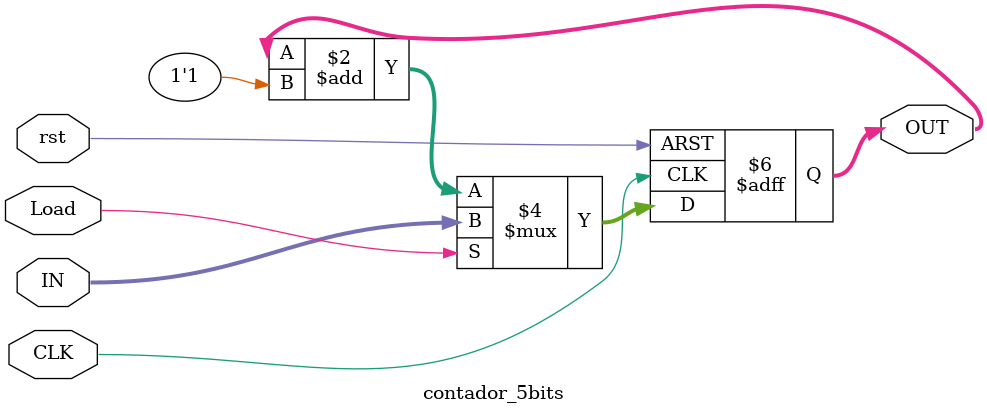
<source format=v>
`timescale 1ns / 1ps
module contador_5bits(CLK,  IN, rst,Load, OUT
    );

	input CLK,rst;
	input [4:0] IN;
	input Load;
	output reg [4:0] OUT;
	
	always @ (posedge CLK or posedge rst)
		if(rst)
			OUT <= 0;
		else if(Load)
			OUT <= IN;
		else
			OUT <= OUT + 1'b1;


endmodule 
</source>
